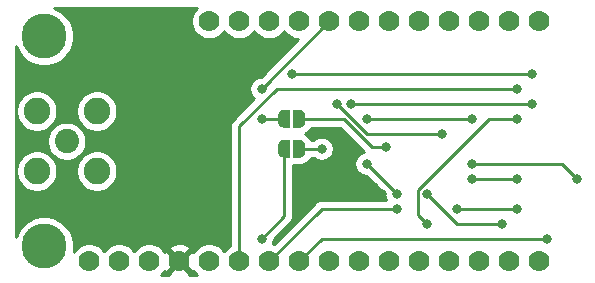
<source format=gbl>
G04 #@! TF.GenerationSoftware,KiCad,Pcbnew,(5.1.2-1)-1*
G04 #@! TF.CreationDate,2019-05-16T11:37:58+08:00*
G04 #@! TF.ProjectId,huzzah-cc112x-shield,68757a7a-6168-42d6-9363-313132782d73,1*
G04 #@! TF.SameCoordinates,Original*
G04 #@! TF.FileFunction,Copper,L2,Bot*
G04 #@! TF.FilePolarity,Positive*
%FSLAX46Y46*%
G04 Gerber Fmt 4.6, Leading zero omitted, Abs format (unit mm)*
G04 Created by KiCad (PCBNEW (5.1.2-1)-1) date 2019-05-16 11:37:58*
%MOMM*%
%LPD*%
G04 APERTURE LIST*
%ADD10C,0.500000*%
%ADD11C,0.100000*%
%ADD12C,1.778000*%
%ADD13C,3.810000*%
%ADD14C,2.050000*%
%ADD15C,2.250000*%
%ADD16C,0.800000*%
%ADD17C,0.250000*%
%ADD18C,0.500000*%
%ADD19C,0.254000*%
G04 APERTURE END LIST*
D10*
X37480000Y-25400000D03*
D11*
G36*
X37480000Y-24650602D02*
G01*
X37504534Y-24650602D01*
X37553365Y-24655412D01*
X37601490Y-24664984D01*
X37648445Y-24679228D01*
X37693778Y-24698005D01*
X37737051Y-24721136D01*
X37777850Y-24748396D01*
X37815779Y-24779524D01*
X37850476Y-24814221D01*
X37881604Y-24852150D01*
X37908864Y-24892949D01*
X37931995Y-24936222D01*
X37950772Y-24981555D01*
X37965016Y-25028510D01*
X37974588Y-25076635D01*
X37979398Y-25125466D01*
X37979398Y-25150000D01*
X37980000Y-25150000D01*
X37980000Y-25650000D01*
X37979398Y-25650000D01*
X37979398Y-25674534D01*
X37974588Y-25723365D01*
X37965016Y-25771490D01*
X37950772Y-25818445D01*
X37931995Y-25863778D01*
X37908864Y-25907051D01*
X37881604Y-25947850D01*
X37850476Y-25985779D01*
X37815779Y-26020476D01*
X37777850Y-26051604D01*
X37737051Y-26078864D01*
X37693778Y-26101995D01*
X37648445Y-26120772D01*
X37601490Y-26135016D01*
X37553365Y-26144588D01*
X37504534Y-26149398D01*
X37480000Y-26149398D01*
X37480000Y-26150000D01*
X36980000Y-26150000D01*
X36980000Y-24650000D01*
X37480000Y-24650000D01*
X37480000Y-24650602D01*
X37480000Y-24650602D01*
G37*
D10*
X36180000Y-25400000D03*
D11*
G36*
X36680000Y-26150000D02*
G01*
X36180000Y-26150000D01*
X36180000Y-26149398D01*
X36155466Y-26149398D01*
X36106635Y-26144588D01*
X36058510Y-26135016D01*
X36011555Y-26120772D01*
X35966222Y-26101995D01*
X35922949Y-26078864D01*
X35882150Y-26051604D01*
X35844221Y-26020476D01*
X35809524Y-25985779D01*
X35778396Y-25947850D01*
X35751136Y-25907051D01*
X35728005Y-25863778D01*
X35709228Y-25818445D01*
X35694984Y-25771490D01*
X35685412Y-25723365D01*
X35680602Y-25674534D01*
X35680602Y-25650000D01*
X35680000Y-25650000D01*
X35680000Y-25150000D01*
X35680602Y-25150000D01*
X35680602Y-25125466D01*
X35685412Y-25076635D01*
X35694984Y-25028510D01*
X35709228Y-24981555D01*
X35728005Y-24936222D01*
X35751136Y-24892949D01*
X35778396Y-24852150D01*
X35809524Y-24814221D01*
X35844221Y-24779524D01*
X35882150Y-24748396D01*
X35922949Y-24721136D01*
X35966222Y-24698005D01*
X36011555Y-24679228D01*
X36058510Y-24664984D01*
X36106635Y-24655412D01*
X36155466Y-24650602D01*
X36180000Y-24650602D01*
X36180000Y-24650000D01*
X36680000Y-24650000D01*
X36680000Y-26150000D01*
X36680000Y-26150000D01*
G37*
D10*
X37480000Y-22860000D03*
D11*
G36*
X37480000Y-22110602D02*
G01*
X37504534Y-22110602D01*
X37553365Y-22115412D01*
X37601490Y-22124984D01*
X37648445Y-22139228D01*
X37693778Y-22158005D01*
X37737051Y-22181136D01*
X37777850Y-22208396D01*
X37815779Y-22239524D01*
X37850476Y-22274221D01*
X37881604Y-22312150D01*
X37908864Y-22352949D01*
X37931995Y-22396222D01*
X37950772Y-22441555D01*
X37965016Y-22488510D01*
X37974588Y-22536635D01*
X37979398Y-22585466D01*
X37979398Y-22610000D01*
X37980000Y-22610000D01*
X37980000Y-23110000D01*
X37979398Y-23110000D01*
X37979398Y-23134534D01*
X37974588Y-23183365D01*
X37965016Y-23231490D01*
X37950772Y-23278445D01*
X37931995Y-23323778D01*
X37908864Y-23367051D01*
X37881604Y-23407850D01*
X37850476Y-23445779D01*
X37815779Y-23480476D01*
X37777850Y-23511604D01*
X37737051Y-23538864D01*
X37693778Y-23561995D01*
X37648445Y-23580772D01*
X37601490Y-23595016D01*
X37553365Y-23604588D01*
X37504534Y-23609398D01*
X37480000Y-23609398D01*
X37480000Y-23610000D01*
X36980000Y-23610000D01*
X36980000Y-22110000D01*
X37480000Y-22110000D01*
X37480000Y-22110602D01*
X37480000Y-22110602D01*
G37*
D10*
X36180000Y-22860000D03*
D11*
G36*
X36680000Y-23610000D02*
G01*
X36180000Y-23610000D01*
X36180000Y-23609398D01*
X36155466Y-23609398D01*
X36106635Y-23604588D01*
X36058510Y-23595016D01*
X36011555Y-23580772D01*
X35966222Y-23561995D01*
X35922949Y-23538864D01*
X35882150Y-23511604D01*
X35844221Y-23480476D01*
X35809524Y-23445779D01*
X35778396Y-23407850D01*
X35751136Y-23367051D01*
X35728005Y-23323778D01*
X35709228Y-23278445D01*
X35694984Y-23231490D01*
X35685412Y-23183365D01*
X35680602Y-23134534D01*
X35680602Y-23110000D01*
X35680000Y-23110000D01*
X35680000Y-22610000D01*
X35680602Y-22610000D01*
X35680602Y-22585466D01*
X35685412Y-22536635D01*
X35694984Y-22488510D01*
X35709228Y-22441555D01*
X35728005Y-22396222D01*
X35751136Y-22352949D01*
X35778396Y-22312150D01*
X35809524Y-22274221D01*
X35844221Y-22239524D01*
X35882150Y-22208396D01*
X35922949Y-22181136D01*
X35966222Y-22158005D01*
X36011555Y-22139228D01*
X36058510Y-22124984D01*
X36106635Y-22115412D01*
X36155466Y-22110602D01*
X36180000Y-22110602D01*
X36180000Y-22110000D01*
X36680000Y-22110000D01*
X36680000Y-23610000D01*
X36680000Y-23610000D01*
G37*
D12*
X19685000Y-34925000D03*
X22225000Y-34925000D03*
X24765000Y-34925000D03*
X27305000Y-34925000D03*
X57785000Y-34925000D03*
X55245000Y-34925000D03*
X52705000Y-34925000D03*
X50165000Y-34925000D03*
X47625000Y-34925000D03*
X45085000Y-34925000D03*
X42545000Y-34925000D03*
X40005000Y-34925000D03*
X37465000Y-34925000D03*
X34925000Y-34925000D03*
X32385000Y-34925000D03*
X29845000Y-34925000D03*
X57785000Y-14605000D03*
X55245000Y-14605000D03*
X52705000Y-14605000D03*
X50165000Y-14605000D03*
X47625000Y-14605000D03*
X45085000Y-14605000D03*
X42545000Y-14605000D03*
X40005000Y-14605000D03*
X37465000Y-14605000D03*
X34925000Y-14605000D03*
X32385000Y-14605000D03*
X29845000Y-14605000D03*
D13*
X15875000Y-33655000D03*
X15875000Y-15875000D03*
D14*
X17780000Y-24765000D03*
D15*
X20320000Y-22225000D03*
X15240000Y-22225000D03*
X15240000Y-27305000D03*
X20320000Y-27305000D03*
D16*
X34290000Y-22860000D03*
X34290000Y-20320000D03*
X34290000Y-33020000D03*
X55880000Y-20320000D03*
X55880000Y-30480000D03*
X50800000Y-30480000D03*
X45720000Y-30480000D03*
X58420000Y-33020000D03*
X55880000Y-27940000D03*
X52070000Y-27940000D03*
X48260000Y-31750000D03*
X55880000Y-22860000D03*
X44450000Y-29210000D03*
X41910000Y-27940000D03*
X22860000Y-17145000D03*
X44775000Y-25250068D03*
X54610000Y-31750000D03*
X48260000Y-29210000D03*
X43180000Y-26670000D03*
X45720012Y-29210000D03*
X43180000Y-22860000D03*
X52070010Y-22860000D03*
X57150000Y-21590000D03*
X41824996Y-21590000D03*
X60960000Y-27940000D03*
X40640012Y-21590000D03*
X49530000Y-24130000D03*
X52069970Y-26670000D03*
X39370000Y-25400000D03*
X57150094Y-19050000D03*
X36830000Y-19050000D03*
D17*
X36180000Y-22860000D02*
X34290000Y-22860000D01*
X34290000Y-20320000D02*
X40005000Y-14605000D01*
X36180000Y-25400000D02*
X36180000Y-31130000D01*
X36180000Y-31130000D02*
X34290000Y-33020000D01*
X35560000Y-20320000D02*
X32385000Y-23495000D01*
X55880000Y-20320000D02*
X35560000Y-20320000D01*
X32385000Y-23495000D02*
X32385000Y-34925000D01*
X55880000Y-30480000D02*
X50800000Y-30480000D01*
X45154315Y-30480000D02*
X45720000Y-30480000D01*
X39370000Y-30480000D02*
X45154315Y-30480000D01*
X34925000Y-34925000D02*
X39370000Y-30480000D01*
X39370000Y-33020000D02*
X37465000Y-34925000D01*
X58420000Y-33020000D02*
X39370000Y-33020000D01*
X55880000Y-27940000D02*
X52070000Y-27940000D01*
X53536998Y-22860000D02*
X55880000Y-22860000D01*
X47534999Y-28861999D02*
X53536998Y-22860000D01*
X48260000Y-31750000D02*
X47534999Y-31024999D01*
X47534999Y-31024999D02*
X47534999Y-28861999D01*
X47640000Y-34910000D02*
X47625000Y-34925000D01*
D18*
X44450000Y-29210000D02*
X43180000Y-29210000D01*
X43180000Y-29210000D02*
X41910000Y-27940000D01*
D17*
X38080000Y-22860000D02*
X37480000Y-22860000D01*
X41273602Y-22860000D02*
X38080000Y-22860000D01*
X43663670Y-25250068D02*
X41273602Y-22860000D01*
X44775000Y-25250068D02*
X43663670Y-25250068D01*
X54610000Y-31750000D02*
X50800000Y-31750000D01*
X50800000Y-31750000D02*
X48260000Y-29210000D01*
X43180000Y-26670000D02*
X44450000Y-27940000D01*
X44450000Y-27940000D02*
X45720000Y-29210000D01*
X45720000Y-29210000D02*
X45720012Y-29210000D01*
X43745685Y-22860000D02*
X52070010Y-22860000D01*
X43180000Y-22860000D02*
X43745685Y-22860000D01*
X57150000Y-21590000D02*
X56584315Y-21590000D01*
X56584315Y-21590000D02*
X41824996Y-21590000D01*
X40640012Y-21590000D02*
X43180012Y-24130000D01*
X43180012Y-24130000D02*
X48964315Y-24130000D01*
X48964315Y-24130000D02*
X49530000Y-24130000D01*
X60960000Y-27940000D02*
X59690000Y-26670000D01*
X59690000Y-26670000D02*
X52635655Y-26670000D01*
X52635655Y-26670000D02*
X52069970Y-26670000D01*
X37480000Y-25400000D02*
X39370000Y-25400000D01*
X56584409Y-19050000D02*
X57150094Y-19050000D01*
X36830000Y-19050000D02*
X56584409Y-19050000D01*
D19*
G36*
X28661232Y-13633507D02*
G01*
X28494449Y-13883115D01*
X28379566Y-14160466D01*
X28321000Y-14454899D01*
X28321000Y-14755101D01*
X28379566Y-15049534D01*
X28494449Y-15326885D01*
X28661232Y-15576493D01*
X28873507Y-15788768D01*
X29123115Y-15955551D01*
X29400466Y-16070434D01*
X29694899Y-16129000D01*
X29995101Y-16129000D01*
X30289534Y-16070434D01*
X30566885Y-15955551D01*
X30816493Y-15788768D01*
X31028768Y-15576493D01*
X31115000Y-15447438D01*
X31201232Y-15576493D01*
X31413507Y-15788768D01*
X31663115Y-15955551D01*
X31940466Y-16070434D01*
X32234899Y-16129000D01*
X32535101Y-16129000D01*
X32829534Y-16070434D01*
X33106885Y-15955551D01*
X33356493Y-15788768D01*
X33568768Y-15576493D01*
X33655000Y-15447438D01*
X33741232Y-15576493D01*
X33953507Y-15788768D01*
X34203115Y-15955551D01*
X34480466Y-16070434D01*
X34774899Y-16129000D01*
X35075101Y-16129000D01*
X35369534Y-16070434D01*
X35646885Y-15955551D01*
X35896493Y-15788768D01*
X36108768Y-15576493D01*
X36195000Y-15447438D01*
X36281232Y-15576493D01*
X36493507Y-15788768D01*
X36743115Y-15955551D01*
X37020466Y-16070434D01*
X37314899Y-16129000D01*
X37406198Y-16129000D01*
X34250199Y-19285000D01*
X34188061Y-19285000D01*
X33988102Y-19324774D01*
X33799744Y-19402795D01*
X33630226Y-19516063D01*
X33486063Y-19660226D01*
X33372795Y-19829744D01*
X33294774Y-20018102D01*
X33255000Y-20218061D01*
X33255000Y-20421939D01*
X33294774Y-20621898D01*
X33372795Y-20810256D01*
X33486063Y-20979774D01*
X33630226Y-21123937D01*
X33660820Y-21144379D01*
X31874003Y-22931196D01*
X31844999Y-22954999D01*
X31800693Y-23008987D01*
X31750026Y-23070724D01*
X31701292Y-23161898D01*
X31679454Y-23202754D01*
X31635997Y-23346015D01*
X31625000Y-23457668D01*
X31625000Y-23457678D01*
X31621324Y-23495000D01*
X31625000Y-23532322D01*
X31625001Y-33599916D01*
X31413507Y-33741232D01*
X31201232Y-33953507D01*
X31115000Y-34082562D01*
X31028768Y-33953507D01*
X30816493Y-33741232D01*
X30566885Y-33574449D01*
X30289534Y-33459566D01*
X29995101Y-33401000D01*
X29694899Y-33401000D01*
X29400466Y-33459566D01*
X29123115Y-33574449D01*
X28873507Y-33741232D01*
X28661232Y-33953507D01*
X28555583Y-34111622D01*
X28361231Y-34048374D01*
X27484605Y-34925000D01*
X28361231Y-35801626D01*
X28555583Y-35738378D01*
X28661232Y-35896493D01*
X28832739Y-36068000D01*
X28153389Y-36068000D01*
X28181626Y-35981231D01*
X27305000Y-35104605D01*
X26428374Y-35981231D01*
X26456611Y-36068000D01*
X25777261Y-36068000D01*
X25948768Y-35896493D01*
X26054417Y-35738378D01*
X26248769Y-35801626D01*
X27125395Y-34925000D01*
X26248769Y-34048374D01*
X26054417Y-34111622D01*
X25948768Y-33953507D01*
X25864030Y-33868769D01*
X26428374Y-33868769D01*
X27305000Y-34745395D01*
X28181626Y-33868769D01*
X28099273Y-33615711D01*
X27828582Y-33485914D01*
X27537770Y-33411420D01*
X27238012Y-33395092D01*
X26940829Y-33437557D01*
X26657641Y-33537184D01*
X26510727Y-33615711D01*
X26428374Y-33868769D01*
X25864030Y-33868769D01*
X25736493Y-33741232D01*
X25486885Y-33574449D01*
X25209534Y-33459566D01*
X24915101Y-33401000D01*
X24614899Y-33401000D01*
X24320466Y-33459566D01*
X24043115Y-33574449D01*
X23793507Y-33741232D01*
X23581232Y-33953507D01*
X23495000Y-34082562D01*
X23408768Y-33953507D01*
X23196493Y-33741232D01*
X22946885Y-33574449D01*
X22669534Y-33459566D01*
X22375101Y-33401000D01*
X22074899Y-33401000D01*
X21780466Y-33459566D01*
X21503115Y-33574449D01*
X21253507Y-33741232D01*
X21041232Y-33953507D01*
X20955000Y-34082562D01*
X20868768Y-33953507D01*
X20656493Y-33741232D01*
X20406885Y-33574449D01*
X20129534Y-33459566D01*
X19835101Y-33401000D01*
X19534899Y-33401000D01*
X19240466Y-33459566D01*
X18963115Y-33574449D01*
X18713507Y-33741232D01*
X18501232Y-33953507D01*
X18364757Y-34157756D01*
X18415000Y-33905168D01*
X18415000Y-33404832D01*
X18317389Y-32914109D01*
X18125919Y-32451859D01*
X17847947Y-32035844D01*
X17494156Y-31682053D01*
X17078141Y-31404081D01*
X16615891Y-31212611D01*
X16125168Y-31115000D01*
X15624832Y-31115000D01*
X15134109Y-31212611D01*
X14671859Y-31404081D01*
X14255844Y-31682053D01*
X13902053Y-32035844D01*
X13624081Y-32451859D01*
X13462000Y-32843158D01*
X13462000Y-27131655D01*
X13480000Y-27131655D01*
X13480000Y-27478345D01*
X13547636Y-27818373D01*
X13680308Y-28138673D01*
X13872919Y-28426935D01*
X14118065Y-28672081D01*
X14406327Y-28864692D01*
X14726627Y-28997364D01*
X15066655Y-29065000D01*
X15413345Y-29065000D01*
X15753373Y-28997364D01*
X16073673Y-28864692D01*
X16361935Y-28672081D01*
X16607081Y-28426935D01*
X16799692Y-28138673D01*
X16932364Y-27818373D01*
X17000000Y-27478345D01*
X17000000Y-27131655D01*
X18560000Y-27131655D01*
X18560000Y-27478345D01*
X18627636Y-27818373D01*
X18760308Y-28138673D01*
X18952919Y-28426935D01*
X19198065Y-28672081D01*
X19486327Y-28864692D01*
X19806627Y-28997364D01*
X20146655Y-29065000D01*
X20493345Y-29065000D01*
X20833373Y-28997364D01*
X21153673Y-28864692D01*
X21441935Y-28672081D01*
X21687081Y-28426935D01*
X21879692Y-28138673D01*
X22012364Y-27818373D01*
X22080000Y-27478345D01*
X22080000Y-27131655D01*
X22012364Y-26791627D01*
X21879692Y-26471327D01*
X21687081Y-26183065D01*
X21441935Y-25937919D01*
X21153673Y-25745308D01*
X20833373Y-25612636D01*
X20493345Y-25545000D01*
X20146655Y-25545000D01*
X19806627Y-25612636D01*
X19486327Y-25745308D01*
X19198065Y-25937919D01*
X18952919Y-26183065D01*
X18760308Y-26471327D01*
X18627636Y-26791627D01*
X18560000Y-27131655D01*
X17000000Y-27131655D01*
X16932364Y-26791627D01*
X16799692Y-26471327D01*
X16607081Y-26183065D01*
X16361935Y-25937919D01*
X16073673Y-25745308D01*
X15753373Y-25612636D01*
X15413345Y-25545000D01*
X15066655Y-25545000D01*
X14726627Y-25612636D01*
X14406327Y-25745308D01*
X14118065Y-25937919D01*
X13872919Y-26183065D01*
X13680308Y-26471327D01*
X13547636Y-26791627D01*
X13480000Y-27131655D01*
X13462000Y-27131655D01*
X13462000Y-24601504D01*
X16120000Y-24601504D01*
X16120000Y-24928496D01*
X16183793Y-25249204D01*
X16308927Y-25551305D01*
X16490594Y-25823188D01*
X16721812Y-26054406D01*
X16993695Y-26236073D01*
X17295796Y-26361207D01*
X17616504Y-26425000D01*
X17943496Y-26425000D01*
X18264204Y-26361207D01*
X18566305Y-26236073D01*
X18838188Y-26054406D01*
X19069406Y-25823188D01*
X19251073Y-25551305D01*
X19376207Y-25249204D01*
X19440000Y-24928496D01*
X19440000Y-24601504D01*
X19376207Y-24280796D01*
X19251073Y-23978695D01*
X19069406Y-23706812D01*
X18838188Y-23475594D01*
X18566305Y-23293927D01*
X18264204Y-23168793D01*
X17943496Y-23105000D01*
X17616504Y-23105000D01*
X17295796Y-23168793D01*
X16993695Y-23293927D01*
X16721812Y-23475594D01*
X16490594Y-23706812D01*
X16308927Y-23978695D01*
X16183793Y-24280796D01*
X16120000Y-24601504D01*
X13462000Y-24601504D01*
X13462000Y-22051655D01*
X13480000Y-22051655D01*
X13480000Y-22398345D01*
X13547636Y-22738373D01*
X13680308Y-23058673D01*
X13872919Y-23346935D01*
X14118065Y-23592081D01*
X14406327Y-23784692D01*
X14726627Y-23917364D01*
X15066655Y-23985000D01*
X15413345Y-23985000D01*
X15753373Y-23917364D01*
X16073673Y-23784692D01*
X16361935Y-23592081D01*
X16607081Y-23346935D01*
X16799692Y-23058673D01*
X16932364Y-22738373D01*
X17000000Y-22398345D01*
X17000000Y-22051655D01*
X18560000Y-22051655D01*
X18560000Y-22398345D01*
X18627636Y-22738373D01*
X18760308Y-23058673D01*
X18952919Y-23346935D01*
X19198065Y-23592081D01*
X19486327Y-23784692D01*
X19806627Y-23917364D01*
X20146655Y-23985000D01*
X20493345Y-23985000D01*
X20833373Y-23917364D01*
X21153673Y-23784692D01*
X21441935Y-23592081D01*
X21687081Y-23346935D01*
X21879692Y-23058673D01*
X22012364Y-22738373D01*
X22080000Y-22398345D01*
X22080000Y-22051655D01*
X22012364Y-21711627D01*
X21879692Y-21391327D01*
X21687081Y-21103065D01*
X21441935Y-20857919D01*
X21153673Y-20665308D01*
X20833373Y-20532636D01*
X20493345Y-20465000D01*
X20146655Y-20465000D01*
X19806627Y-20532636D01*
X19486327Y-20665308D01*
X19198065Y-20857919D01*
X18952919Y-21103065D01*
X18760308Y-21391327D01*
X18627636Y-21711627D01*
X18560000Y-22051655D01*
X17000000Y-22051655D01*
X16932364Y-21711627D01*
X16799692Y-21391327D01*
X16607081Y-21103065D01*
X16361935Y-20857919D01*
X16073673Y-20665308D01*
X15753373Y-20532636D01*
X15413345Y-20465000D01*
X15066655Y-20465000D01*
X14726627Y-20532636D01*
X14406327Y-20665308D01*
X14118065Y-20857919D01*
X13872919Y-21103065D01*
X13680308Y-21391327D01*
X13547636Y-21711627D01*
X13480000Y-22051655D01*
X13462000Y-22051655D01*
X13462000Y-16686842D01*
X13624081Y-17078141D01*
X13902053Y-17494156D01*
X14255844Y-17847947D01*
X14671859Y-18125919D01*
X15134109Y-18317389D01*
X15624832Y-18415000D01*
X16125168Y-18415000D01*
X16615891Y-18317389D01*
X17078141Y-18125919D01*
X17494156Y-17847947D01*
X17847947Y-17494156D01*
X18125919Y-17078141D01*
X18317389Y-16615891D01*
X18415000Y-16125168D01*
X18415000Y-15624832D01*
X18317389Y-15134109D01*
X18125919Y-14671859D01*
X17847947Y-14255844D01*
X17494156Y-13902053D01*
X17078141Y-13624081D01*
X16686842Y-13462000D01*
X28832739Y-13462000D01*
X28661232Y-13633507D01*
X28661232Y-13633507D01*
G37*
X28661232Y-13633507D02*
X28494449Y-13883115D01*
X28379566Y-14160466D01*
X28321000Y-14454899D01*
X28321000Y-14755101D01*
X28379566Y-15049534D01*
X28494449Y-15326885D01*
X28661232Y-15576493D01*
X28873507Y-15788768D01*
X29123115Y-15955551D01*
X29400466Y-16070434D01*
X29694899Y-16129000D01*
X29995101Y-16129000D01*
X30289534Y-16070434D01*
X30566885Y-15955551D01*
X30816493Y-15788768D01*
X31028768Y-15576493D01*
X31115000Y-15447438D01*
X31201232Y-15576493D01*
X31413507Y-15788768D01*
X31663115Y-15955551D01*
X31940466Y-16070434D01*
X32234899Y-16129000D01*
X32535101Y-16129000D01*
X32829534Y-16070434D01*
X33106885Y-15955551D01*
X33356493Y-15788768D01*
X33568768Y-15576493D01*
X33655000Y-15447438D01*
X33741232Y-15576493D01*
X33953507Y-15788768D01*
X34203115Y-15955551D01*
X34480466Y-16070434D01*
X34774899Y-16129000D01*
X35075101Y-16129000D01*
X35369534Y-16070434D01*
X35646885Y-15955551D01*
X35896493Y-15788768D01*
X36108768Y-15576493D01*
X36195000Y-15447438D01*
X36281232Y-15576493D01*
X36493507Y-15788768D01*
X36743115Y-15955551D01*
X37020466Y-16070434D01*
X37314899Y-16129000D01*
X37406198Y-16129000D01*
X34250199Y-19285000D01*
X34188061Y-19285000D01*
X33988102Y-19324774D01*
X33799744Y-19402795D01*
X33630226Y-19516063D01*
X33486063Y-19660226D01*
X33372795Y-19829744D01*
X33294774Y-20018102D01*
X33255000Y-20218061D01*
X33255000Y-20421939D01*
X33294774Y-20621898D01*
X33372795Y-20810256D01*
X33486063Y-20979774D01*
X33630226Y-21123937D01*
X33660820Y-21144379D01*
X31874003Y-22931196D01*
X31844999Y-22954999D01*
X31800693Y-23008987D01*
X31750026Y-23070724D01*
X31701292Y-23161898D01*
X31679454Y-23202754D01*
X31635997Y-23346015D01*
X31625000Y-23457668D01*
X31625000Y-23457678D01*
X31621324Y-23495000D01*
X31625000Y-23532322D01*
X31625001Y-33599916D01*
X31413507Y-33741232D01*
X31201232Y-33953507D01*
X31115000Y-34082562D01*
X31028768Y-33953507D01*
X30816493Y-33741232D01*
X30566885Y-33574449D01*
X30289534Y-33459566D01*
X29995101Y-33401000D01*
X29694899Y-33401000D01*
X29400466Y-33459566D01*
X29123115Y-33574449D01*
X28873507Y-33741232D01*
X28661232Y-33953507D01*
X28555583Y-34111622D01*
X28361231Y-34048374D01*
X27484605Y-34925000D01*
X28361231Y-35801626D01*
X28555583Y-35738378D01*
X28661232Y-35896493D01*
X28832739Y-36068000D01*
X28153389Y-36068000D01*
X28181626Y-35981231D01*
X27305000Y-35104605D01*
X26428374Y-35981231D01*
X26456611Y-36068000D01*
X25777261Y-36068000D01*
X25948768Y-35896493D01*
X26054417Y-35738378D01*
X26248769Y-35801626D01*
X27125395Y-34925000D01*
X26248769Y-34048374D01*
X26054417Y-34111622D01*
X25948768Y-33953507D01*
X25864030Y-33868769D01*
X26428374Y-33868769D01*
X27305000Y-34745395D01*
X28181626Y-33868769D01*
X28099273Y-33615711D01*
X27828582Y-33485914D01*
X27537770Y-33411420D01*
X27238012Y-33395092D01*
X26940829Y-33437557D01*
X26657641Y-33537184D01*
X26510727Y-33615711D01*
X26428374Y-33868769D01*
X25864030Y-33868769D01*
X25736493Y-33741232D01*
X25486885Y-33574449D01*
X25209534Y-33459566D01*
X24915101Y-33401000D01*
X24614899Y-33401000D01*
X24320466Y-33459566D01*
X24043115Y-33574449D01*
X23793507Y-33741232D01*
X23581232Y-33953507D01*
X23495000Y-34082562D01*
X23408768Y-33953507D01*
X23196493Y-33741232D01*
X22946885Y-33574449D01*
X22669534Y-33459566D01*
X22375101Y-33401000D01*
X22074899Y-33401000D01*
X21780466Y-33459566D01*
X21503115Y-33574449D01*
X21253507Y-33741232D01*
X21041232Y-33953507D01*
X20955000Y-34082562D01*
X20868768Y-33953507D01*
X20656493Y-33741232D01*
X20406885Y-33574449D01*
X20129534Y-33459566D01*
X19835101Y-33401000D01*
X19534899Y-33401000D01*
X19240466Y-33459566D01*
X18963115Y-33574449D01*
X18713507Y-33741232D01*
X18501232Y-33953507D01*
X18364757Y-34157756D01*
X18415000Y-33905168D01*
X18415000Y-33404832D01*
X18317389Y-32914109D01*
X18125919Y-32451859D01*
X17847947Y-32035844D01*
X17494156Y-31682053D01*
X17078141Y-31404081D01*
X16615891Y-31212611D01*
X16125168Y-31115000D01*
X15624832Y-31115000D01*
X15134109Y-31212611D01*
X14671859Y-31404081D01*
X14255844Y-31682053D01*
X13902053Y-32035844D01*
X13624081Y-32451859D01*
X13462000Y-32843158D01*
X13462000Y-27131655D01*
X13480000Y-27131655D01*
X13480000Y-27478345D01*
X13547636Y-27818373D01*
X13680308Y-28138673D01*
X13872919Y-28426935D01*
X14118065Y-28672081D01*
X14406327Y-28864692D01*
X14726627Y-28997364D01*
X15066655Y-29065000D01*
X15413345Y-29065000D01*
X15753373Y-28997364D01*
X16073673Y-28864692D01*
X16361935Y-28672081D01*
X16607081Y-28426935D01*
X16799692Y-28138673D01*
X16932364Y-27818373D01*
X17000000Y-27478345D01*
X17000000Y-27131655D01*
X18560000Y-27131655D01*
X18560000Y-27478345D01*
X18627636Y-27818373D01*
X18760308Y-28138673D01*
X18952919Y-28426935D01*
X19198065Y-28672081D01*
X19486327Y-28864692D01*
X19806627Y-28997364D01*
X20146655Y-29065000D01*
X20493345Y-29065000D01*
X20833373Y-28997364D01*
X21153673Y-28864692D01*
X21441935Y-28672081D01*
X21687081Y-28426935D01*
X21879692Y-28138673D01*
X22012364Y-27818373D01*
X22080000Y-27478345D01*
X22080000Y-27131655D01*
X22012364Y-26791627D01*
X21879692Y-26471327D01*
X21687081Y-26183065D01*
X21441935Y-25937919D01*
X21153673Y-25745308D01*
X20833373Y-25612636D01*
X20493345Y-25545000D01*
X20146655Y-25545000D01*
X19806627Y-25612636D01*
X19486327Y-25745308D01*
X19198065Y-25937919D01*
X18952919Y-26183065D01*
X18760308Y-26471327D01*
X18627636Y-26791627D01*
X18560000Y-27131655D01*
X17000000Y-27131655D01*
X16932364Y-26791627D01*
X16799692Y-26471327D01*
X16607081Y-26183065D01*
X16361935Y-25937919D01*
X16073673Y-25745308D01*
X15753373Y-25612636D01*
X15413345Y-25545000D01*
X15066655Y-25545000D01*
X14726627Y-25612636D01*
X14406327Y-25745308D01*
X14118065Y-25937919D01*
X13872919Y-26183065D01*
X13680308Y-26471327D01*
X13547636Y-26791627D01*
X13480000Y-27131655D01*
X13462000Y-27131655D01*
X13462000Y-24601504D01*
X16120000Y-24601504D01*
X16120000Y-24928496D01*
X16183793Y-25249204D01*
X16308927Y-25551305D01*
X16490594Y-25823188D01*
X16721812Y-26054406D01*
X16993695Y-26236073D01*
X17295796Y-26361207D01*
X17616504Y-26425000D01*
X17943496Y-26425000D01*
X18264204Y-26361207D01*
X18566305Y-26236073D01*
X18838188Y-26054406D01*
X19069406Y-25823188D01*
X19251073Y-25551305D01*
X19376207Y-25249204D01*
X19440000Y-24928496D01*
X19440000Y-24601504D01*
X19376207Y-24280796D01*
X19251073Y-23978695D01*
X19069406Y-23706812D01*
X18838188Y-23475594D01*
X18566305Y-23293927D01*
X18264204Y-23168793D01*
X17943496Y-23105000D01*
X17616504Y-23105000D01*
X17295796Y-23168793D01*
X16993695Y-23293927D01*
X16721812Y-23475594D01*
X16490594Y-23706812D01*
X16308927Y-23978695D01*
X16183793Y-24280796D01*
X16120000Y-24601504D01*
X13462000Y-24601504D01*
X13462000Y-22051655D01*
X13480000Y-22051655D01*
X13480000Y-22398345D01*
X13547636Y-22738373D01*
X13680308Y-23058673D01*
X13872919Y-23346935D01*
X14118065Y-23592081D01*
X14406327Y-23784692D01*
X14726627Y-23917364D01*
X15066655Y-23985000D01*
X15413345Y-23985000D01*
X15753373Y-23917364D01*
X16073673Y-23784692D01*
X16361935Y-23592081D01*
X16607081Y-23346935D01*
X16799692Y-23058673D01*
X16932364Y-22738373D01*
X17000000Y-22398345D01*
X17000000Y-22051655D01*
X18560000Y-22051655D01*
X18560000Y-22398345D01*
X18627636Y-22738373D01*
X18760308Y-23058673D01*
X18952919Y-23346935D01*
X19198065Y-23592081D01*
X19486327Y-23784692D01*
X19806627Y-23917364D01*
X20146655Y-23985000D01*
X20493345Y-23985000D01*
X20833373Y-23917364D01*
X21153673Y-23784692D01*
X21441935Y-23592081D01*
X21687081Y-23346935D01*
X21879692Y-23058673D01*
X22012364Y-22738373D01*
X22080000Y-22398345D01*
X22080000Y-22051655D01*
X22012364Y-21711627D01*
X21879692Y-21391327D01*
X21687081Y-21103065D01*
X21441935Y-20857919D01*
X21153673Y-20665308D01*
X20833373Y-20532636D01*
X20493345Y-20465000D01*
X20146655Y-20465000D01*
X19806627Y-20532636D01*
X19486327Y-20665308D01*
X19198065Y-20857919D01*
X18952919Y-21103065D01*
X18760308Y-21391327D01*
X18627636Y-21711627D01*
X18560000Y-22051655D01*
X17000000Y-22051655D01*
X16932364Y-21711627D01*
X16799692Y-21391327D01*
X16607081Y-21103065D01*
X16361935Y-20857919D01*
X16073673Y-20665308D01*
X15753373Y-20532636D01*
X15413345Y-20465000D01*
X15066655Y-20465000D01*
X14726627Y-20532636D01*
X14406327Y-20665308D01*
X14118065Y-20857919D01*
X13872919Y-21103065D01*
X13680308Y-21391327D01*
X13547636Y-21711627D01*
X13480000Y-22051655D01*
X13462000Y-22051655D01*
X13462000Y-16686842D01*
X13624081Y-17078141D01*
X13902053Y-17494156D01*
X14255844Y-17847947D01*
X14671859Y-18125919D01*
X15134109Y-18317389D01*
X15624832Y-18415000D01*
X16125168Y-18415000D01*
X16615891Y-18317389D01*
X17078141Y-18125919D01*
X17494156Y-17847947D01*
X17847947Y-17494156D01*
X18125919Y-17078141D01*
X18317389Y-16615891D01*
X18415000Y-16125168D01*
X18415000Y-15624832D01*
X18317389Y-15134109D01*
X18125919Y-14671859D01*
X17847947Y-14255844D01*
X17494156Y-13902053D01*
X17078141Y-13624081D01*
X16686842Y-13462000D01*
X28832739Y-13462000D01*
X28661232Y-13633507D01*
G36*
X42991098Y-25652298D02*
G01*
X42878102Y-25674774D01*
X42689744Y-25752795D01*
X42520226Y-25866063D01*
X42376063Y-26010226D01*
X42262795Y-26179744D01*
X42184774Y-26368102D01*
X42145000Y-26568061D01*
X42145000Y-26771939D01*
X42184774Y-26971898D01*
X42262795Y-27160256D01*
X42376063Y-27329774D01*
X42520226Y-27473937D01*
X42689744Y-27587205D01*
X42878102Y-27665226D01*
X43078061Y-27705000D01*
X43140199Y-27705000D01*
X43938997Y-28503799D01*
X43939002Y-28503803D01*
X44685012Y-29249814D01*
X44685012Y-29311939D01*
X44724786Y-29511898D01*
X44802807Y-29700256D01*
X44815999Y-29720000D01*
X39407322Y-29720000D01*
X39369999Y-29716324D01*
X39332676Y-29720000D01*
X39332667Y-29720000D01*
X39221014Y-29730997D01*
X39077753Y-29774454D01*
X38945724Y-29845026D01*
X38829999Y-29939999D01*
X38806201Y-29968997D01*
X35324576Y-33450623D01*
X35238960Y-33433593D01*
X35285226Y-33321898D01*
X35325000Y-33121939D01*
X35325000Y-33059801D01*
X36691003Y-31693799D01*
X36720001Y-31670001D01*
X36814974Y-31554276D01*
X36885546Y-31422247D01*
X36929003Y-31278986D01*
X36940000Y-31167333D01*
X36940000Y-31167325D01*
X36943676Y-31130000D01*
X36940000Y-31092675D01*
X36940000Y-26784132D01*
X36980000Y-26788072D01*
X37480000Y-26788072D01*
X37504450Y-26785664D01*
X37529009Y-26785664D01*
X37653490Y-26773404D01*
X37749623Y-26754282D01*
X37869319Y-26717973D01*
X37959875Y-26680464D01*
X38070192Y-26621498D01*
X38151691Y-26567042D01*
X38248382Y-26487690D01*
X38317690Y-26418382D01*
X38397042Y-26321691D01*
X38451498Y-26240192D01*
X38494362Y-26160000D01*
X38666289Y-26160000D01*
X38710226Y-26203937D01*
X38879744Y-26317205D01*
X39068102Y-26395226D01*
X39268061Y-26435000D01*
X39471939Y-26435000D01*
X39671898Y-26395226D01*
X39860256Y-26317205D01*
X40029774Y-26203937D01*
X40173937Y-26059774D01*
X40287205Y-25890256D01*
X40365226Y-25701898D01*
X40405000Y-25501939D01*
X40405000Y-25298061D01*
X40365226Y-25098102D01*
X40287205Y-24909744D01*
X40173937Y-24740226D01*
X40029774Y-24596063D01*
X39860256Y-24482795D01*
X39671898Y-24404774D01*
X39471939Y-24365000D01*
X39268061Y-24365000D01*
X39068102Y-24404774D01*
X38879744Y-24482795D01*
X38710226Y-24596063D01*
X38666289Y-24640000D01*
X38494362Y-24640000D01*
X38451498Y-24559808D01*
X38397042Y-24478309D01*
X38317690Y-24381618D01*
X38248382Y-24312310D01*
X38151691Y-24232958D01*
X38070192Y-24178502D01*
X37979452Y-24130000D01*
X38070192Y-24081498D01*
X38151691Y-24027042D01*
X38248382Y-23947690D01*
X38317690Y-23878382D01*
X38397042Y-23781691D01*
X38451498Y-23700192D01*
X38494362Y-23620000D01*
X40958801Y-23620000D01*
X42991098Y-25652298D01*
X42991098Y-25652298D01*
G37*
X42991098Y-25652298D02*
X42878102Y-25674774D01*
X42689744Y-25752795D01*
X42520226Y-25866063D01*
X42376063Y-26010226D01*
X42262795Y-26179744D01*
X42184774Y-26368102D01*
X42145000Y-26568061D01*
X42145000Y-26771939D01*
X42184774Y-26971898D01*
X42262795Y-27160256D01*
X42376063Y-27329774D01*
X42520226Y-27473937D01*
X42689744Y-27587205D01*
X42878102Y-27665226D01*
X43078061Y-27705000D01*
X43140199Y-27705000D01*
X43938997Y-28503799D01*
X43939002Y-28503803D01*
X44685012Y-29249814D01*
X44685012Y-29311939D01*
X44724786Y-29511898D01*
X44802807Y-29700256D01*
X44815999Y-29720000D01*
X39407322Y-29720000D01*
X39369999Y-29716324D01*
X39332676Y-29720000D01*
X39332667Y-29720000D01*
X39221014Y-29730997D01*
X39077753Y-29774454D01*
X38945724Y-29845026D01*
X38829999Y-29939999D01*
X38806201Y-29968997D01*
X35324576Y-33450623D01*
X35238960Y-33433593D01*
X35285226Y-33321898D01*
X35325000Y-33121939D01*
X35325000Y-33059801D01*
X36691003Y-31693799D01*
X36720001Y-31670001D01*
X36814974Y-31554276D01*
X36885546Y-31422247D01*
X36929003Y-31278986D01*
X36940000Y-31167333D01*
X36940000Y-31167325D01*
X36943676Y-31130000D01*
X36940000Y-31092675D01*
X36940000Y-26784132D01*
X36980000Y-26788072D01*
X37480000Y-26788072D01*
X37504450Y-26785664D01*
X37529009Y-26785664D01*
X37653490Y-26773404D01*
X37749623Y-26754282D01*
X37869319Y-26717973D01*
X37959875Y-26680464D01*
X38070192Y-26621498D01*
X38151691Y-26567042D01*
X38248382Y-26487690D01*
X38317690Y-26418382D01*
X38397042Y-26321691D01*
X38451498Y-26240192D01*
X38494362Y-26160000D01*
X38666289Y-26160000D01*
X38710226Y-26203937D01*
X38879744Y-26317205D01*
X39068102Y-26395226D01*
X39268061Y-26435000D01*
X39471939Y-26435000D01*
X39671898Y-26395226D01*
X39860256Y-26317205D01*
X40029774Y-26203937D01*
X40173937Y-26059774D01*
X40287205Y-25890256D01*
X40365226Y-25701898D01*
X40405000Y-25501939D01*
X40405000Y-25298061D01*
X40365226Y-25098102D01*
X40287205Y-24909744D01*
X40173937Y-24740226D01*
X40029774Y-24596063D01*
X39860256Y-24482795D01*
X39671898Y-24404774D01*
X39471939Y-24365000D01*
X39268061Y-24365000D01*
X39068102Y-24404774D01*
X38879744Y-24482795D01*
X38710226Y-24596063D01*
X38666289Y-24640000D01*
X38494362Y-24640000D01*
X38451498Y-24559808D01*
X38397042Y-24478309D01*
X38317690Y-24381618D01*
X38248382Y-24312310D01*
X38151691Y-24232958D01*
X38070192Y-24178502D01*
X37979452Y-24130000D01*
X38070192Y-24081498D01*
X38151691Y-24027042D01*
X38248382Y-23947690D01*
X38317690Y-23878382D01*
X38397042Y-23781691D01*
X38451498Y-23700192D01*
X38494362Y-23620000D01*
X40958801Y-23620000D01*
X42991098Y-25652298D01*
M02*

</source>
